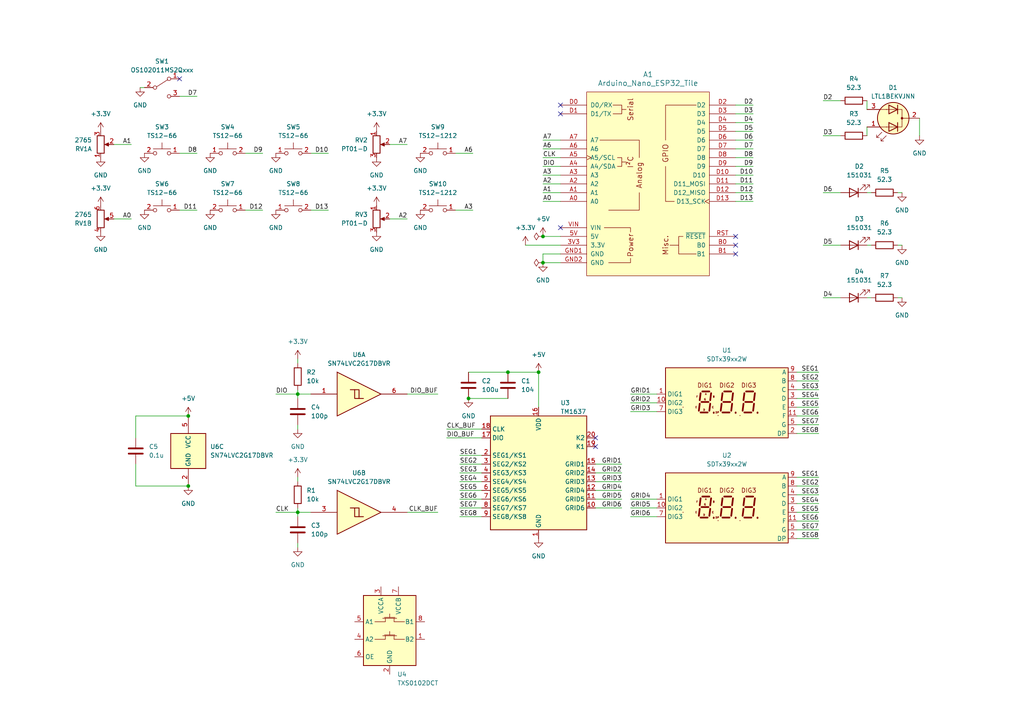
<source format=kicad_sch>
(kicad_sch (version 20230121) (generator eeschema)
  (paper "A4")
  (title_block (title "Remote Controller V1") (date "2023-12-31") (rev "0"))
  (lib_symbols
    (symbol "74xGxx:74LVC2G17"
      (property "Reference" "U" (at -1.27 7.62 0))
      (property "Value" "74LVC2G17" (at 2.54 -7.62 0))
      (symbol "74LVC2G17_1_1"
        (polyline (pts (xy -2.54 1.27) (xy -1.27 1.27) (xy -1.27 -1.27)) (stroke (width 0.254)) (fill (type background)))
        (polyline (pts (xy -7.62 6.35) (xy -7.62 -6.35) (xy 5.08 0) (xy -7.62 6.35)) (stroke (width 0.254)) (fill (type background)))
        (polyline (pts (xy -3.81 1.27) (xy -2.54 1.27) (xy -2.54 -1.27) (xy 0 -1.27)) (stroke (width 0.254)) (fill (type background)))
        (pin input line (at -15.24 0 0) (length 7.62) (name "~") (number "1"))
        (pin output line (at 12.7 0 180) (length 7.62) (name "~") (number "6"))
      )
      (symbol "74LVC2G17_2_1"
        (polyline (pts (xy -2.54 1.27) (xy -1.27 1.27) (xy -1.27 -1.27)) (stroke (width 0.254)) (fill (type background)))
        (polyline (pts (xy -7.62 6.35) (xy -7.62 -6.35) (xy 5.08 0) (xy -7.62 6.35)) (stroke (width 0.254)) (fill (type background)))
        (polyline (pts (xy -3.81 1.27) (xy -2.54 1.27) (xy -2.54 -1.27) (xy 0 -1.27)) (stroke (width 0.254)) (fill (type background)))
        (pin input line (at -15.24 0 0) (length 7.62) (name "~") (number "3"))
        (pin output line (at 12.7 0 180) (length 7.62) (name "~") (number "4"))
      )
      (symbol "74LVC2G17_3_0"
        (rectangle (start -5.08 -5.08) (end 5.08 5.08) (stroke (width 0.254)) (fill (type background)))
      )
      (symbol "74LVC2G17_3_1"
        (pin power_in line (at 0 -10.16 90) (length 5.08) (name "GND") (number "2"))
        (pin power_in line (at 0 10.16 270) (length 5.08) (name "VCC") (number "5"))
      )
    )
    (symbol "Device:C" (pin_numbers hide) (pin_names (offset 0.254))
      (property "Reference" "C" (at 0.635 2.54 0))
      (property "Value" "C" (at 0.635 -2.54 0))
      (symbol "C_0_1"
        (polyline (pts (xy -2.032 -0.762) (xy 2.032 -0.762)) (stroke (width 0.508)))
        (polyline (pts (xy -2.032 0.762) (xy 2.032 0.762)) (stroke (width 0.508)))
      )
      (symbol "C_1_1"
        (pin passive line (at 0 3.81 270) (length 2.794) (name "~") (number "1"))
        (pin passive line (at 0 -3.81 90) (length 2.794) (name "~") (number "2"))
      )
    )
    (symbol "Device:LED" (pin_numbers hide) (pin_names (offset 1.016) hide)
      (property "Reference" "D" (at 0 2.54 0))
      (property "Value" "LED" (at 0 -2.54 0))
      (symbol "LED_0_1"
        (polyline (pts (xy -1.27 -1.27) (xy -1.27 1.27)) (stroke (width 0.254)))
        (polyline (pts (xy -1.27 0) (xy 1.27 0)))
        (polyline (pts (xy 1.27 -1.27) (xy 1.27 1.27) (xy -1.27 0) (xy 1.27 -1.27)) (stroke (width 0.254)))
        (polyline (pts (xy -3.048 -0.762) (xy -4.572 -2.286) (xy -3.81 -2.286) (xy -4.572 -2.286) (xy -4.572 -1.524)))
        (polyline (pts (xy -1.778 -0.762) (xy -3.302 -2.286) (xy -2.54 -2.286) (xy -3.302 -2.286) (xy -3.302 -1.524)))
      )
      (symbol "LED_1_1"
        (pin passive line (at -3.81 0 0) (length 2.54) (name "K") (number "1"))
        (pin passive line (at 3.81 0 180) (length 2.54) (name "A") (number "2"))
      )
    )
    (symbol "Device:LED_Dual_AKA" (pin_names (offset 0) hide)
      (property "Reference" "D" (at 0 5.715 0))
      (property "Value" "LED_Dual_AKA" (at 0 -6.35 0))
      (symbol "LED_Dual_AKA_0_1"
        (circle (center -2.54 0) (radius 0.2794) (fill (type outline)))
        (polyline (pts (xy -4.572 0) (xy -2.54 0)))
        (polyline (pts (xy -1.27 -1.27) (xy -1.27 -3.81)) (stroke (width 0.254)))
        (polyline (pts (xy -1.27 1.27) (xy -1.27 3.81)) (stroke (width 0.254)))
        (polyline (pts (xy 3.81 -2.54) (xy 1.905 -2.54)))
        (polyline (pts (xy 3.81 2.54) (xy 1.905 2.54)))
        (polyline (pts (xy 1.27 -3.81) (xy 1.27 -1.27) (xy -1.27 -2.54) (xy 1.27 -3.81)) (stroke (width 0.254)))
        (polyline (pts (xy 1.27 1.27) (xy 1.27 3.81) (xy -1.27 2.54) (xy 1.27 1.27)) (stroke (width 0.254)))
        (polyline (pts (xy 2.032 2.54) (xy -2.54 2.54) (xy -2.54 -2.54) (xy 2.032 -2.54)))
        (polyline (pts (xy 2.032 5.08) (xy 3.556 6.604) (xy 2.794 6.604) (xy 3.556 6.604) (xy 3.556 5.842)))
        (polyline (pts (xy 3.302 4.064) (xy 4.826 5.588) (xy 4.064 5.588) (xy 4.826 5.588) (xy 4.826 4.826)))
        (circle (center 0 0) (radius 4.572) (stroke (width 0.254)) (fill (type background)))
      )
      (symbol "LED_Dual_AKA_1_1"
        (pin input line (at 7.62 2.54 180) (length 3.81) (name "A1") (number "1"))
        (pin input line (at -7.62 0 0) (length 3.048) (name "K") (number "2"))
        (pin input line (at 7.62 -2.54 180) (length 3.81) (name "A2") (number "3"))
      )
    )
    (symbol "Device:R" (pin_numbers hide) (pin_names (offset 0))
      (property "Reference" "R" (at 2.032 0 90))
      (property "Value" "R" (at 0 0 90))
      (symbol "R_0_1"
        (rectangle (start -1.016 -2.54) (end 1.016 2.54) (stroke (width 0.254)))
      )
      (symbol "R_1_1"
        (pin passive line (at 0 3.81 270) (length 1.27) (name "~") (number "1"))
        (pin passive line (at 0 -3.81 90) (length 1.27) (name "~") (number "2"))
      )
    )
    (symbol "Device:R_Potentiometer" (pin_names (offset 1.016) hide)
      (property "Reference" "RV" (at -4.445 0 90))
      (property "Value" "R_Potentiometer" (at -2.54 0 90))
      (symbol "R_Potentiometer_0_1"
        (polyline (pts (xy 2.54 0) (xy 1.524 0)))
        (polyline (pts (xy 1.143 0) (xy 2.286 0.508) (xy 2.286 -0.508) (xy 1.143 0)) (fill (type outline)))
        (rectangle (start 1.016 2.54) (end -1.016 -2.54) (stroke (width 0.254)))
      )
      (symbol "R_Potentiometer_1_1"
        (pin passive line (at 0 3.81 270) (length 1.27) (name "1") (number "1"))
        (pin passive line (at 3.81 0 180) (length 1.27) (name "2") (number "2"))
        (pin passive line (at 0 -3.81 90) (length 1.27) (name "3") (number "3"))
      )
    )
    (symbol "Device:R_Potentiometer_Dual_Separate" (pin_names (offset 1.016) hide)
      (property "Reference" "RV" (at -4.445 0 90))
      (property "Value" "R_Potentiometer_Dual_Separate" (at -2.54 0 90))
      (symbol "R_Potentiometer_Dual_Separate_0_1"
        (polyline (pts (xy 2.54 0) (xy 1.524 0)))
        (polyline (pts (xy 1.143 0) (xy 2.286 0.508) (xy 2.286 -0.508) (xy 1.143 0)) (fill (type outline)))
        (rectangle (start 1.016 2.54) (end -1.016 -2.54) (stroke (width 0.254)))
      )
      (symbol "R_Potentiometer_Dual_Separate_1_1"
        (pin passive line (at 0 3.81 270) (length 1.27) (name "1") (number "1"))
        (pin passive line (at 3.81 0 180) (length 1.27) (name "2") (number "2"))
        (pin passive line (at 0 -3.81 90) (length 1.27) (name "3") (number "3"))
      )
      (symbol "R_Potentiometer_Dual_Separate_2_1"
        (pin passive line (at 0 3.81 270) (length 1.27) (name "4") (number "4"))
        (pin passive line (at 3.81 0 180) (length 1.27) (name "5") (number "5"))
        (pin passive line (at 0 -3.81 90) (length 1.27) (name "6") (number "6"))
      )
    )
    (symbol "Logic_LevelTranslator:TXS0102DCT"
      (property "Reference" "U" (at -6.35 11.43 0))
      (property "Value" "TXS0102DCT" (at 3.81 11.43 0))
      (symbol "TXS0102DCT_0_1"
        (rectangle (start -7.62 10.16) (end 7.62 -10.16) (stroke (width 0.254)) (fill (type background)))
        (polyline (pts (xy -4.318 -2.54) (xy -1.27 -2.54)))
        (polyline (pts (xy -2.032 -1.524) (xy 2.032 -1.524)))
        (polyline (pts (xy -1.524 -1.27) (xy 1.524 -1.27)))
        (polyline (pts (xy -1.27 -2.54) (xy -1.27 -1.524)))
        (polyline (pts (xy 0 -1.27) (xy 0 -0.254)))
        (polyline (pts (xy 1.27 -2.54) (xy 1.27 -1.524)))
        (polyline (pts (xy 4.318 -2.54) (xy 1.27 -2.54)))
      )
      (symbol "TXS0102DCT_1_1"
        (polyline (pts (xy -4.318 2.54) (xy -1.27 2.54)))
        (polyline (pts (xy -2.032 3.556) (xy 2.032 3.556)))
        (polyline (pts (xy -1.524 3.81) (xy 1.524 3.81)))
        (polyline (pts (xy -1.27 2.54) (xy -1.27 3.556)))
        (polyline (pts (xy 0 3.81) (xy 0 4.826)))
        (polyline (pts (xy 1.27 2.54) (xy 1.27 3.556)))
        (polyline (pts (xy 4.318 2.54) (xy 1.27 2.54)))
        (pin bidirectional line (at 10.16 -2.54 180) (length 2.54) (name "B2") (number "1"))
        (pin power_in line (at 0 -12.7 90) (length 2.54) (name "GND") (number "2"))
        (pin power_in line (at -2.54 12.7 270) (length 2.54) (name "VCCA") (number "3"))
        (pin bidirectional line (at -10.16 -2.54 0) (length 2.54) (name "A2") (number "4"))
        (pin bidirectional line (at -10.16 2.54 0) (length 2.54) (name "A1") (number "5"))
        (pin input line (at -10.16 -7.62 0) (length 2.54) (name "OE") (number "6"))
        (pin power_in line (at 2.54 12.7 270) (length 2.54) (name "VCCB") (number "7"))
        (pin bidirectional line (at 10.16 2.54 180) (length 2.54) (name "B1") (number "8"))
      )
    )
    (symbol "PCM_arduino-library:Arduino_Nano_ESP32_Tile" (pin_names (offset 1.016))
      (property "Reference" "A" (at 0 33.02 0))
      (property "Value" "Arduino_Nano_ESP32_Tile" (at 0 29.21 0))
      (symbol "Arduino_Nano_ESP32_Tile_0_0"
        (rectangle (start -17.78 26.67) (end 17.78 -26.67) (fill (type background)))
        (polyline (pts (xy -7.62 6.35) (xy -6.35 6.35)))
        (polyline (pts (xy -7.62 21.59) (xy -6.35 21.59)))
        (polyline (pts (xy 8.89 -17.78) (xy 6.35 -17.78)))
        (polyline (pts (xy -11.43 -22.86) (xy -5.08 -22.86) (xy -5.08 -21.59)))
        (polyline (pts (xy -5.08 -13.97) (xy -5.08 -12.7) (xy -12.7 -12.7)))
        (polyline (pts (xy -10.16 22.86) (xy -7.62 22.86) (xy -7.62 20.32) (xy -10.16 20.32)))
        (polyline (pts (xy -8.89 7.62) (xy -7.62 7.62) (xy -7.62 5.08) (xy -8.89 5.08)))
        (text "Analog" (at -2.54 2.54 900) (effects (font (size 1.524 1.524))))
        (text "I²C" (at -5.08 6.35 900) (effects (font (size 1.524 1.524))))
        (text "Misc." (at 5.08 -17.78 900) (effects (font (size 1.524 1.524))))
        (text "Power" (at -5.08 -17.78 900) (effects (font (size 1.524 1.524))))
        (text "Serial" (at -5.08 21.59 900) (effects (font (size 1.524 1.524))))
      )
      (symbol "Arduino_Nano_ESP32_Tile_0_1"
        (polyline (pts (xy -13.97 12.7) (xy -2.54 12.7) (xy -2.54 7.62)))
        (polyline (pts (xy -11.43 -7.62) (xy -2.54 -7.62) (xy -2.54 -2.54)))
        (polyline (pts (xy 7.62 -5.08) (xy 5.08 -5.08) (xy 5.08 5.08)))
        (polyline (pts (xy 13.97 22.86) (xy 5.08 22.86) (xy 5.08 12.7)))
        (polyline (pts (xy 10.16 -15.24) (xy 8.89 -15.24) (xy 8.89 -20.32) (xy 13.97 -20.32)))
      )
      (symbol "Arduino_Nano_ESP32_Tile_1_0"
        (text "GPIO" (at 5.08 8.89 900) (effects (font (size 1.524 1.524))))
      )
      (symbol "Arduino_Nano_ESP32_Tile_1_1"
        (pin power_out line (at -25.4 -17.78 0) (length 7.62) (name "3.3V") (number "3V3"))
        (pin power_in line (at -25.4 -15.24 0) (length 7.62) (name "5V") (number "5V"))
        (pin bidirectional line (at -25.4 -5.08 0) (length 7.62) (name "A0") (number "A0"))
        (pin bidirectional line (at -25.4 -2.54 0) (length 7.62) (name "A1") (number "A1"))
        (pin bidirectional line (at -25.4 0 0) (length 7.62) (name "A2") (number "A2"))
        (pin bidirectional line (at -25.4 2.54 0) (length 7.62) (name "A3") (number "A3"))
        (pin bidirectional line (at -25.4 5.08 0) (length 7.62) (name "A4/SDA") (number "A4"))
        (pin bidirectional clock (at -25.4 7.62 0) (length 7.62) (name "A5/SCL") (number "A5"))
        (pin input line (at -25.4 10.16 0) (length 7.62) (name "A6") (number "A6"))
        (pin input line (at -25.4 12.7 0) (length 7.62) (name "A7") (number "A7"))
        (pin bidirectional line (at 25.4 -17.78 180) (length 7.62) (name "B0") (number "B0"))
        (pin bidirectional line (at 25.4 -20.32 180) (length 7.62) (name "B1") (number "B1"))
        (pin bidirectional line (at -25.4 22.86 0) (length 7.62) (name "D0/RX") (number "D0"))
        (pin bidirectional line (at -25.4 20.32 0) (length 7.62) (name "D1/TX") (number "D1"))
        (pin bidirectional line (at 25.4 2.54 180) (length 7.62) (name "D10") (number "D10"))
        (pin bidirectional line (at 25.4 0 180) (length 7.62) (name "D11_MOSI") (number "D11"))
        (pin bidirectional line (at 25.4 -2.54 180) (length 7.62) (name "D12_MISO") (number "D12"))
        (pin bidirectional clock (at 25.4 -5.08 180) (length 7.62) (name "D13_SCK") (number "D13"))
        (pin bidirectional line (at 25.4 22.86 180) (length 7.62) (name "D2") (number "D2"))
        (pin bidirectional line (at 25.4 20.32 180) (length 7.62) (name "D3") (number "D3"))
        (pin bidirectional line (at 25.4 17.78 180) (length 7.62) (name "D4") (number "D4"))
        (pin bidirectional line (at 25.4 15.24 180) (length 7.62) (name "D5") (number "D5"))
        (pin bidirectional line (at 25.4 12.7 180) (length 7.62) (name "D6") (number "D6"))
        (pin bidirectional line (at 25.4 10.16 180) (length 7.62) (name "D7") (number "D7"))
        (pin bidirectional line (at 25.4 7.62 180) (length 7.62) (name "D8") (number "D8"))
        (pin bidirectional line (at 25.4 5.08 180) (length 7.62) (name "D9") (number "D9"))
        (pin power_in line (at -25.4 -20.32 0) (length 7.62) (name "GND") (number "GND1"))
        (pin power_in line (at -25.4 -22.86 0) (length 7.62) (name "GND") (number "GND2"))
        (pin open_collector line (at 25.4 -15.24 180) (length 7.62) (name "~{RESET}") (number "RST"))
        (pin power_in line (at -25.4 -12.7 0) (length 7.62) (name "VIN") (number "VIN"))
      )
    )
    (symbol "SW_Push_1" (pin_names (offset 1.016) hide)
      (property "Reference" "SW" (at 1.27 2.54 0))
      (property "Value" "SW_Push" (at 0 -1.524 0))
      (symbol "SW_Push_1_0_1"
        (circle (center -2.032 0) (radius 0.508))
        (polyline (pts (xy 0 1.27) (xy 0 3.048)))
        (polyline (pts (xy 2.54 1.27) (xy -2.54 1.27)))
        (circle (center 2.032 0) (radius 0.508))
        (pin passive line (at -5.08 0 0) (length 2.54) (name "1") (number "1"))
        (pin passive line (at 5.08 0 180) (length 2.54) (name "2") (number "2"))
      )
    )
    (symbol "SW_Push_2" (pin_names (offset 1.016) hide)
      (property "Reference" "SW" (at 1.27 2.54 0))
      (property "Value" "SW_Push" (at 0 -1.524 0))
      (symbol "SW_Push_2_0_1"
        (circle (center -2.032 0) (radius 0.508))
        (polyline (pts (xy 0 1.27) (xy 0 3.048)))
        (polyline (pts (xy 2.54 1.27) (xy -2.54 1.27)))
        (circle (center 2.032 0) (radius 0.508))
        (pin passive line (at -5.08 0 0) (length 2.54) (name "1") (number "1"))
        (pin passive line (at 5.08 0 180) (length 2.54) (name "2") (number "2"))
      )
    )
    (symbol "SW_Push_3" (pin_names (offset 1.016) hide)
      (property "Reference" "SW" (at 1.27 2.54 0))
      (property "Value" "SW_Push" (at 0 -1.524 0))
      (symbol "SW_Push_3_0_1"
        (circle (center -2.032 0) (radius 0.508))
        (polyline (pts (xy 0 1.27) (xy 0 3.048)))
        (polyline (pts (xy 2.54 1.27) (xy -2.54 1.27)))
        (circle (center 2.032 0) (radius 0.508))
        (pin passive line (at -5.08 0 0) (length 2.54) (name "1") (number "1"))
        (pin passive line (at 5.08 0 180) (length 2.54) (name "2") (number "2"))
      )
    )
    (symbol "SW_Push_4" (pin_names (offset 1.016) hide)
      (property "Reference" "SW" (at 1.27 2.54 0))
      (property "Value" "SW_Push" (at 0 -1.524 0))
      (symbol "SW_Push_4_0_1"
        (circle (center -2.032 0) (radius 0.508))
        (polyline (pts (xy 0 1.27) (xy 0 3.048)))
        (polyline (pts (xy 2.54 1.27) (xy -2.54 1.27)))
        (circle (center 2.032 0) (radius 0.508))
        (pin passive line (at -5.08 0 0) (length 2.54) (name "1") (number "1"))
        (pin passive line (at 5.08 0 180) (length 2.54) (name "2") (number "2"))
      )
    )
    (symbol "SW_Push_5" (pin_names (offset 1.016) hide)
      (property "Reference" "SW" (at 1.27 2.54 0))
      (property "Value" "SW_Push" (at 0 -1.524 0))
      (symbol "SW_Push_5_0_1"
        (circle (center -2.032 0) (radius 0.508))
        (polyline (pts (xy 0 1.27) (xy 0 3.048)))
        (polyline (pts (xy 2.54 1.27) (xy -2.54 1.27)))
        (circle (center 2.032 0) (radius 0.508))
        (pin passive line (at -5.08 0 0) (length 2.54) (name "1") (number "1"))
        (pin passive line (at 5.08 0 180) (length 2.54) (name "2") (number "2"))
      )
    )
    (symbol "SW_Push_6" (pin_names (offset 1.016) hide)
      (property "Reference" "SW" (at 1.27 2.54 0))
      (property "Value" "SW_Push" (at 0 -1.524 0))
      (symbol "SW_Push_6_0_1"
        (circle (center -2.032 0) (radius 0.508))
        (polyline (pts (xy 0 1.27) (xy 0 3.048)))
        (polyline (pts (xy 2.54 1.27) (xy -2.54 1.27)))
        (circle (center 2.032 0) (radius 0.508))
        (pin passive line (at -5.08 0 0) (length 2.54) (name "1") (number "1"))
        (pin passive line (at 5.08 0 180) (length 2.54) (name "2") (number "2"))
      )
    )
    (symbol "SW_Push_7" (pin_names (offset 1.016) hide)
      (property "Reference" "SW" (at 1.27 2.54 0))
      (property "Value" "SW_Push" (at 0 -1.524 0))
      (symbol "SW_Push_7_0_1"
        (circle (center -2.032 0) (radius 0.508))
        (polyline (pts (xy 0 1.27) (xy 0 3.048)))
        (polyline (pts (xy 2.54 1.27) (xy -2.54 1.27)))
        (circle (center 2.032 0) (radius 0.508))
        (pin passive line (at -5.08 0 0) (length 2.54) (name "1") (number "1"))
        (pin passive line (at 5.08 0 180) (length 2.54) (name "2") (number "2"))
      )
    )
    (symbol "Switch:SW_Push" (pin_names (offset 1.016) hide)
      (property "Reference" "SW" (at 1.27 2.54 0))
      (property "Value" "SW_Push" (at 0 -1.524 0))
      (symbol "SW_Push_0_1"
        (circle (center -2.032 0) (radius 0.508))
        (polyline (pts (xy 0 1.27) (xy 0 3.048)))
        (polyline (pts (xy 2.54 1.27) (xy -2.54 1.27)))
        (circle (center 2.032 0) (radius 0.508))
        (pin passive line (at -5.08 0 0) (length 2.54) (name "1") (number "1"))
        (pin passive line (at 5.08 0 180) (length 2.54) (name "2") (number "2"))
      )
    )
    (symbol "Switch:SW_SPDT" (pin_names (offset 0) hide)
      (property "Reference" "SW" (at 0 4.318 0))
      (property "Value" "SW_SPDT" (at 0 -5.08 0))
      (symbol "SW_SPDT_0_0"
        (circle (center -2.032 0) (radius 0.508))
        (circle (center 2.032 -2.54) (radius 0.508))
      )
      (symbol "SW_SPDT_0_1"
        (polyline (pts (xy -1.524 0.254) (xy 1.651 2.286)))
        (circle (center 2.032 2.54) (radius 0.508))
      )
      (symbol "SW_SPDT_1_1"
        (pin passive line (at 5.08 2.54 180) (length 2.54) (name "A") (number "1"))
        (pin passive line (at -5.08 0 0) (length 2.54) (name "B") (number "2"))
        (pin passive line (at 5.08 -2.54 180) (length 2.54) (name "C") (number "3"))
      )
    )
    (symbol "Symbol Library:ChromeLED_SDTx39xx2W"
      (property "Reference" "U" (at -17.78 11.43 0))
      (property "Value" "SDTx39xx2W" (at 17.78 11.43 0))
      (symbol "ChromeLED_SDTx39xx2W_0_1"
        (rectangle (start -17.78 10.16) (end 17.78 -10.16) (stroke (width 0.254)) (fill (type background)))
        (rectangle (start -12.7 -1.27) (end -12.7 -1.27) (stroke (width 0.254)))
        (rectangle (start -2.54 -3.683) (end -2.54 -3.683) (stroke (width 0.254)))
        (polyline (pts (xy -12.7 -1.27) (xy -12.7 -1.27)) (stroke (width 0.254)))
        (polyline (pts (xy -2.54 -3.683) (xy -2.54 -3.683)) (stroke (width 0.254)))
        (polyline (pts (xy 3.81 -3.683) (xy 3.81 -3.683)) (stroke (width 0.254)))
        (rectangle (start 3.81 -3.683) (end 3.81 -3.683) (stroke (width 0.254)))
      )
      (symbol "ChromeLED_SDTx39xx2W_1_0"
        (text "A" (at -6.096 2.54 0) (effects (font (size 0.508 0.508))))
        (text "B" (at -3.81 1.778 0) (effects (font (size 0.508 0.508))))
        (text "C" (at -4.064 -1.27 0) (effects (font (size 0.508 0.508))))
        (text "D" (at -6.604 -2.032 0) (effects (font (size 0.508 0.508))))
        (text "DIG1" (at -6.35 5.08 0) (effects (font (size 1.27 1.27))))
        (text "DIG2" (at 0 5.08 0) (effects (font (size 1.27 1.27))))
        (text "DIG3" (at 6.35 5.08 0) (effects (font (size 1.27 1.27))))
        (text "DP" (at -2.794 -2.794 0) (effects (font (size 0.508 0.508))))
        (text "E" (at -8.89 -1.27 0) (effects (font (size 0.508 0.508))))
        (text "F" (at -8.636 1.778 0) (effects (font (size 0.508 0.508))))
        (text "G" (at -6.35 1.016 0) (effects (font (size 0.508 0.508))))
      )
      (symbol "ChromeLED_SDTx39xx2W_1_1"
        (polyline (pts (xy -7.874 -0.254) (xy -8.128 -2.286)) (stroke (width 0.508)))
        (polyline (pts (xy -7.62 -2.794) (xy -5.588 -2.794)) (stroke (width 0.508)))
        (polyline (pts (xy -7.62 2.794) (xy -7.874 0.762)) (stroke (width 0.508)))
        (polyline (pts (xy -7.366 0.254) (xy -5.334 0.254)) (stroke (width 0.508)))
        (polyline (pts (xy -7.112 3.302) (xy -5.08 3.302)) (stroke (width 0.508)))
        (polyline (pts (xy -4.826 -0.254) (xy -5.08 -2.286)) (stroke (width 0.508)))
        (polyline (pts (xy -4.572 2.794) (xy -4.826 0.762)) (stroke (width 0.508)))
        (polyline (pts (xy -3.81 -2.921) (xy -3.81 -2.794)) (stroke (width 0.508)))
        (polyline (pts (xy -1.524 -0.254) (xy -1.778 -2.286)) (stroke (width 0.508)))
        (polyline (pts (xy -1.27 -2.794) (xy 0.762 -2.794)) (stroke (width 0.508)))
        (polyline (pts (xy -1.27 2.794) (xy -1.524 0.762)) (stroke (width 0.508)))
        (polyline (pts (xy -1.016 0.254) (xy 1.016 0.254)) (stroke (width 0.508)))
        (polyline (pts (xy -0.762 3.302) (xy 1.27 3.302)) (stroke (width 0.508)))
        (polyline (pts (xy 1.524 -0.254) (xy 1.27 -2.286)) (stroke (width 0.508)))
        (polyline (pts (xy 1.778 2.794) (xy 1.524 0.762)) (stroke (width 0.508)))
        (polyline (pts (xy 2.54 -2.921) (xy 2.54 -2.794)) (stroke (width 0.508)))
        (polyline (pts (xy 4.826 -0.254) (xy 4.572 -2.286)) (stroke (width 0.508)))
        (polyline (pts (xy 5.08 -2.794) (xy 7.112 -2.794)) (stroke (width 0.508)))
        (polyline (pts (xy 5.08 2.794) (xy 4.826 0.762)) (stroke (width 0.508)))
        (polyline (pts (xy 5.334 0.254) (xy 7.366 0.254)) (stroke (width 0.508)))
        (polyline (pts (xy 5.588 3.302) (xy 7.62 3.302)) (stroke (width 0.508)))
        (polyline (pts (xy 7.874 -0.254) (xy 7.62 -2.286)) (stroke (width 0.508)))
        (polyline (pts (xy 8.128 2.794) (xy 7.874 0.762)) (stroke (width 0.508)))
        (polyline (pts (xy 8.89 -2.921) (xy 8.89 -2.794)) (stroke (width 0.508)))
        (pin input line (at -20.32 2.54 0) (length 2.54) (name "DIG1") (number "1"))
        (pin input line (at -20.32 0 0) (length 2.54) (name "DIG2") (number "10"))
        (pin input line (at 20.32 -3.81 180) (length 2.54) (name "F") (number "11"))
        (pin input line (at 20.32 -8.89 180) (length 2.54) (name "DP") (number "2"))
        (pin input line (at 20.32 1.27 180) (length 2.54) (name "D") (number "3"))
        (pin input line (at 20.32 3.81 180) (length 2.54) (name "C") (number "4"))
        (pin input line (at 20.32 -6.35 180) (length 2.54) (name "G") (number "5"))
        (pin input line (at 20.32 -1.27 180) (length 2.54) (name "E") (number "6"))
        (pin input line (at -20.32 -2.54 0) (length 2.54) (name "DIG3") (number "7"))
        (pin input line (at 20.32 6.35 180) (length 2.54) (name "B") (number "8"))
        (pin input line (at 20.32 8.89 180) (length 2.54) (name "A") (number "9"))
      )
    )
    (symbol "Symbol Library:Holtek_TM1637"
      (property "Reference" "U" (at -8.89 17.78 0))
      (property "Value" "TM1637" (at 10.16 17.78 0))
      (symbol "Holtek_TM1637_0_1"
        (rectangle (start -13.97 16.51) (end 13.97 -16.51) (stroke (width 0.254)) (fill (type background)))
      )
      (symbol "Holtek_TM1637_1_1"
        (pin power_in line (at 0 -19.05 90) (length 2.54) (name "GND") (number "1"))
        (pin output line (at 16.51 -10.16 180) (length 2.54) (name "GRID6") (number "10"))
        (pin output line (at 16.51 -7.62 180) (length 2.54) (name "GRID5") (number "11"))
        (pin output line (at 16.51 -5.08 180) (length 2.54) (name "GRID4") (number "12"))
        (pin output line (at 16.51 -2.54 180) (length 2.54) (name "GRID3") (number "13"))
        (pin output line (at 16.51 0 180) (length 2.54) (name "GRID2") (number "14"))
        (pin output line (at 16.51 2.54 180) (length 2.54) (name "GRID1") (number "15"))
        (pin power_in line (at 0 19.05 270) (length 2.54) (name "VDD") (number "16"))
        (pin bidirectional line (at -16.51 10.16 0) (length 2.54) (name "DIO") (number "17"))
        (pin input line (at -16.51 12.7 0) (length 2.54) (name "CLK") (number "18"))
        (pin input line (at 16.51 7.62 180) (length 2.54) (name "K1") (number "19"))
        (pin output line (at -16.51 5.08 0) (length 2.54) (name "SEG1/KS1") (number "2"))
        (pin input line (at 16.51 10.16 180) (length 2.54) (name "K2") (number "20"))
        (pin output line (at -16.51 2.54 0) (length 2.54) (name "SEG2/KS2") (number "3"))
        (pin output line (at -16.51 0 0) (length 2.54) (name "SEG3/KS3") (number "4"))
        (pin output line (at -16.51 -2.54 0) (length 2.54) (name "SEG4/KS4") (number "5"))
        (pin output line (at -16.51 -5.08 0) (length 2.54) (name "SEG5/KS5") (number "6"))
        (pin output line (at -16.51 -7.62 0) (length 2.54) (name "SEG6/KS6") (number "7"))
        (pin output line (at -16.51 -10.16 0) (length 2.54) (name "SEG7/KS7") (number "8"))
        (pin output line (at -16.51 -12.7 0) (length 2.54) (name "SEG8/KS8") (number "9"))
      )
    )
    (symbol "power:+3.3V" (power) (pin_names (offset 0))
      (property "Value" "+3.3V" (at 0 3.556 0))
      (symbol "+3.3V_0_1"
        (polyline (pts (xy -0.762 1.27) (xy 0 2.54)))
        (polyline (pts (xy 0 0) (xy 0 2.54)))
        (polyline (pts (xy 0 2.54) (xy 0.762 1.27)))
      )
      (symbol "+3.3V_1_1"
        (pin power_in line (at 0 0 90) (length 0) hide (name "+3.3V") (number "1"))
      )
    )
    (symbol "power:+5V" (power) (pin_names (offset 0))
      (property "Value" "+5V" (at 0 3.556 0))
      (symbol "+5V_0_1"
        (polyline (pts (xy -0.762 1.27) (xy 0 2.54)))
        (polyline (pts (xy 0 0) (xy 0 2.54)))
        (polyline (pts (xy 0 2.54) (xy 0.762 1.27)))
      )
      (symbol "+5V_1_1"
        (pin power_in line (at 0 0 90) (length 0) hide (name "+5V") (number "1"))
      )
    )
    (symbol "power:GND" (power) (pin_names (offset 0))
      (property "Value" "GND" (at 0 -3.81 0))
      (symbol "GND_0_1"
        (polyline (pts (xy 0 0) (xy 0 -1.27) (xy 1.27 -1.27) (xy 0 -2.54) (xy -1.27 -1.27) (xy 0 -1.27)))
      )
      (symbol "GND_1_1"
        (pin power_in line (at 0 0 270) (length 0) hide (name "GND") (number "1"))
      )
    )
    (symbol "power:PWR_FLAG" (power) (pin_numbers hide) (pin_names (offset 0) hide)
      (property "Value" "PWR_FLAG" (at 0 3.81 0))
      (symbol "PWR_FLAG_0_0"
        (pin power_out line (at 0 0 90) (length 0) (name "pwr") (number "1"))
      )
      (symbol "PWR_FLAG_0_1"
        (polyline (pts (xy 0 0) (xy 0 1.27) (xy -1.016 1.905) (xy 0 2.54) (xy 1.016 1.905) (xy 0 1.27)))
      )
    )
  )
  (junction (at 157.48 68.58))
  (junction (at 156.21 107.95))
  (junction (at 147.32 107.95))
  (junction (at 157.48 76.2))
  (junction (at 135.89 115.57))
  (junction (at 54.61 120.65))
  (junction (at 54.61 140.97))
  (junction (at 86.36 148.59))
  (junction (at 86.36 114.3))
  (no_connect (at 162.56 30.48))
  (no_connect (at 162.56 66.04))
  (no_connect (at 172.72 129.54))
  (no_connect (at 162.56 33.02))
  (no_connect (at 213.36 73.66))
  (no_connect (at 213.36 71.12))
  (no_connect (at 213.36 68.58))
  (no_connect (at 172.72 127))
  (no_connect (at 52.07 22.86))
  (wire (pts (xy 90.17 148.59) (xy 86.36 148.59)))
  (wire (pts (xy 237.49 118.11) (xy 231.14 118.11)))
  (wire (pts (xy 135.89 115.57) (xy 147.32 115.57)))
  (wire (pts (xy 76.2 60.96) (xy 71.12 60.96)))
  (wire (pts (xy 133.35 144.78) (xy 139.7 144.78)))
  (wire (pts (xy 182.88 116.84) (xy 190.5 116.84)))
  (wire (pts (xy 86.36 147.32) (xy 86.36 148.59)))
  (wire (pts (xy 252.73 86.36) (xy 251.46 86.36)))
  (wire (pts (xy 218.44 48.26) (xy 213.36 48.26)))
  (wire (pts (xy 261.62 55.88) (xy 260.35 55.88)))
  (wire (pts (xy 147.32 107.95) (xy 156.21 107.95)))
  (wire (pts (xy 261.62 86.36) (xy 260.35 86.36)))
  (wire (pts (xy 133.35 149.86) (xy 139.7 149.86)))
  (wire (pts (xy 157.48 58.42) (xy 162.56 58.42)))
  (wire (pts (xy 57.15 27.94) (xy 52.07 27.94)))
  (wire (pts (xy 38.1 41.91) (xy 33.02 41.91)))
  (wire (pts (xy 127 148.59) (xy 118.11 148.59)))
  (wire (pts (xy 133.35 139.7) (xy 139.7 139.7)))
  (wire (pts (xy 133.35 134.62) (xy 139.7 134.62)))
  (wire (pts (xy 157.48 43.18) (xy 162.56 43.18)))
  (wire (pts (xy 133.35 147.32) (xy 139.7 147.32)))
  (wire (pts (xy 218.44 40.64) (xy 213.36 40.64)))
  (wire (pts (xy 157.48 53.34) (xy 162.56 53.34)))
  (wire (pts (xy 86.36 114.3) (xy 86.36 115.57)))
  (wire (pts (xy 182.88 144.78) (xy 190.5 144.78)))
  (wire (pts (xy 95.25 60.96) (xy 90.17 60.96)))
  (wire (pts (xy 261.62 71.12) (xy 260.35 71.12)))
  (wire (pts (xy 90.17 114.3) (xy 86.36 114.3)))
  (wire (pts (xy 238.76 86.36) (xy 243.84 86.36)))
  (wire (pts (xy 251.46 39.37) (xy 251.46 36.83)))
  (wire (pts (xy 76.2 44.45) (xy 71.12 44.45)))
  (wire (pts (xy 80.01 148.59) (xy 86.36 148.59)))
  (wire (pts (xy 218.44 38.1) (xy 213.36 38.1)))
  (wire (pts (xy 218.44 53.34) (xy 213.36 53.34)))
  (wire (pts (xy 129.54 127) (xy 139.7 127)))
  (wire (pts (xy 157.48 48.26) (xy 162.56 48.26)))
  (wire (pts (xy 237.49 125.73) (xy 231.14 125.73)))
  (wire (pts (xy 237.49 143.51) (xy 231.14 143.51)))
  (wire (pts (xy 238.76 71.12) (xy 243.84 71.12)))
  (wire (pts (xy 57.15 44.45) (xy 52.07 44.45)))
  (wire (pts (xy 238.76 55.88) (xy 243.84 55.88)))
  (wire (pts (xy 157.48 50.8) (xy 162.56 50.8)))
  (wire (pts (xy 237.49 151.13) (xy 231.14 151.13)))
  (wire (pts (xy 86.36 123.19) (xy 86.36 124.46)))
  (wire (pts (xy 157.48 55.88) (xy 162.56 55.88)))
  (wire (pts (xy 180.34 147.32) (xy 172.72 147.32)))
  (wire (pts (xy 38.1 63.5) (xy 33.02 63.5)))
  (wire (pts (xy 218.44 33.02) (xy 213.36 33.02)))
  (wire (pts (xy 237.49 123.19) (xy 231.14 123.19)))
  (wire (pts (xy 137.16 60.96) (xy 132.08 60.96)))
  (wire (pts (xy 118.11 41.91) (xy 113.03 41.91)))
  (wire (pts (xy 237.49 113.03) (xy 231.14 113.03)))
  (wire (pts (xy 237.49 153.67) (xy 231.14 153.67)))
  (wire (pts (xy 80.01 114.3) (xy 86.36 114.3)))
  (wire (pts (xy 218.44 35.56) (xy 213.36 35.56)))
  (wire (pts (xy 95.25 44.45) (xy 90.17 44.45)))
  (wire (pts (xy 135.89 107.95) (xy 147.32 107.95)))
  (wire (pts (xy 237.49 146.05) (xy 231.14 146.05)))
  (wire (pts (xy 218.44 45.72) (xy 213.36 45.72)))
  (wire (pts (xy 237.49 120.65) (xy 231.14 120.65)))
  (wire (pts (xy 180.34 142.24) (xy 172.72 142.24)))
  (wire (pts (xy 218.44 55.88) (xy 213.36 55.88)))
  (wire (pts (xy 157.48 76.2) (xy 162.56 76.2)))
  (wire (pts (xy 251.46 29.21) (xy 251.46 31.75)))
  (wire (pts (xy 54.61 140.97) (xy 39.37 140.97)))
  (wire (pts (xy 218.44 30.48) (xy 213.36 30.48)))
  (wire (pts (xy 237.49 156.21) (xy 231.14 156.21)))
  (wire (pts (xy 237.49 107.95) (xy 231.14 107.95)))
  (wire (pts (xy 180.34 137.16) (xy 172.72 137.16)))
  (wire (pts (xy 157.48 45.72) (xy 162.56 45.72)))
  (wire (pts (xy 40.64 25.4) (xy 41.91 25.4)))
  (wire (pts (xy 157.48 73.66) (xy 162.56 73.66)))
  (wire (pts (xy 182.88 147.32) (xy 190.5 147.32)))
  (wire (pts (xy 86.36 158.75) (xy 86.36 157.48)))
  (wire (pts (xy 39.37 120.65) (xy 54.61 120.65)))
  (wire (pts (xy 152.4 71.12) (xy 162.56 71.12)))
  (wire (pts (xy 237.49 115.57) (xy 231.14 115.57)))
  (wire (pts (xy 133.35 137.16) (xy 139.7 137.16)))
  (wire (pts (xy 86.36 113.03) (xy 86.36 114.3)))
  (wire (pts (xy 182.88 114.3) (xy 190.5 114.3)))
  (wire (pts (xy 182.88 119.38) (xy 190.5 119.38)))
  (wire (pts (xy 180.34 139.7) (xy 172.72 139.7)))
  (wire (pts (xy 252.73 55.88) (xy 251.46 55.88)))
  (wire (pts (xy 182.88 149.86) (xy 190.5 149.86)))
  (wire (pts (xy 156.21 107.95) (xy 156.21 118.11)))
  (wire (pts (xy 218.44 50.8) (xy 213.36 50.8)))
  (wire (pts (xy 218.44 58.42) (xy 213.36 58.42)))
  (wire (pts (xy 266.7 39.37) (xy 266.7 34.29)))
  (wire (pts (xy 157.48 68.58) (xy 162.56 68.58)))
  (wire (pts (xy 86.36 105.41) (xy 86.36 104.14)))
  (wire (pts (xy 137.16 44.45) (xy 132.08 44.45)))
  (wire (pts (xy 252.73 71.12) (xy 251.46 71.12)))
  (wire (pts (xy 118.11 63.5) (xy 113.03 63.5)))
  (wire (pts (xy 157.48 40.64) (xy 162.56 40.64)))
  (wire (pts (xy 238.76 29.21) (xy 243.84 29.21)))
  (wire (pts (xy 86.36 139.7) (xy 86.36 138.43)))
  (wire (pts (xy 238.76 39.37) (xy 243.84 39.37)))
  (wire (pts (xy 86.36 148.59) (xy 86.36 149.86)))
  (wire (pts (xy 118.11 114.3) (xy 127 114.3)))
  (wire (pts (xy 180.34 134.62) (xy 172.72 134.62)))
  (wire (pts (xy 237.49 148.59) (xy 231.14 148.59)))
  (wire (pts (xy 218.44 43.18) (xy 213.36 43.18)))
  (wire (pts (xy 237.49 140.97) (xy 231.14 140.97)))
  (wire (pts (xy 180.34 144.78) (xy 172.72 144.78)))
  (wire (pts (xy 39.37 140.97) (xy 39.37 134.62)))
  (wire (pts (xy 133.35 142.24) (xy 139.7 142.24)))
  (wire (pts (xy 39.37 127) (xy 39.37 120.65)))
  (wire (pts (xy 129.54 124.46) (xy 139.7 124.46)))
  (wire (pts (xy 57.15 60.96) (xy 52.07 60.96)))
  (wire (pts (xy 157.48 76.2) (xy 157.48 73.66)))
  (wire (pts (xy 237.49 110.49) (xy 231.14 110.49)))
  (wire (pts (xy 237.49 138.43) (xy 231.14 138.43)))
  (wire (pts (xy 133.35 132.08) (xy 139.7 132.08)))
  (label "SEG6" (at 237.49 120.65 180))
  (label "DIO_BUF" (at 127 114.3 180))
  (label "GRID1" (at 180.34 134.62 180))
  (label "DIO" (at 80.01 114.3 0))
  (label "A7" (at 118.11 41.91 180))
  (label "A0" (at 157.48 58.42 0))
  (label "D3" (at 218.44 33.02 180))
  (label "GRID4" (at 180.34 142.24 180))
  (label "D7" (at 57.15 27.94 180))
  (label "A1" (at 157.48 55.88 0))
  (label "GRID2" (at 180.34 137.16 180))
  (label "DIO" (at 157.48 48.26 0))
  (label "D11" (at 218.44 53.34 180))
  (label "SEG8" (at 237.49 125.73 180))
  (label "D6" (at 238.76 55.88 0))
  (label "D10" (at 218.44 50.8 180))
  (label "GRID3" (at 182.88 119.38 0))
  (label "GRID3" (at 180.34 139.7 180))
  (label "D13" (at 95.25 60.96 180))
  (label "D8" (at 218.44 45.72 180))
  (label "SEG6" (at 237.49 151.13 180))
  (label "D8" (at 57.15 44.45 180))
  (label "SEG4" (at 133.35 139.7 0))
  (label "D7" (at 218.44 43.18 180))
  (label "D4" (at 238.76 86.36 0))
  (label "D3" (at 238.76 39.37 0))
  (label "SEG2" (at 237.49 140.97 180))
  (label "D5" (at 238.76 71.12 0))
  (label "D9" (at 76.2 44.45 180))
  (label "SEG8" (at 133.35 149.86 0))
  (label "D11" (at 57.15 60.96 180))
  (label "A2" (at 157.48 53.34 0))
  (label "A0" (at 38.1 63.5 180))
  (label "A1" (at 38.1 41.91 180))
  (label "SEG3" (at 133.35 137.16 0))
  (label "SEG3" (at 237.49 113.03 180))
  (label "SEG1" (at 237.49 107.95 180))
  (label "SEG4" (at 237.49 115.57 180))
  (label "D12" (at 218.44 55.88 180))
  (label "A3" (at 157.48 50.8 0))
  (label "D6" (at 218.44 40.64 180))
  (label "SEG2" (at 133.35 134.62 0))
  (label "SEG7" (at 237.49 123.19 180))
  (label "A6" (at 137.16 44.45 180))
  (label "SEG5" (at 237.49 148.59 180))
  (label "D2" (at 218.44 30.48 180))
  (label "D10" (at 95.25 44.45 180))
  (label "SEG7" (at 237.49 153.67 180))
  (label "SEG1" (at 133.35 132.08 0))
  (label "GRID6" (at 182.88 149.86 0))
  (label "SEG4" (at 237.49 146.05 180))
  (label "A3" (at 137.16 60.96 180))
  (label "GRID2" (at 182.88 116.84 0))
  (label "SEG8" (at 237.49 156.21 180))
  (label "D9" (at 218.44 48.26 180))
  (label "A7" (at 157.48 40.64 0))
  (label "SEG6" (at 133.35 144.78 0))
  (label "GRID5" (at 182.88 147.32 0))
  (label "CLK" (at 157.48 45.72 0))
  (label "SEG5" (at 133.35 142.24 0))
  (label "GRID5" (at 180.34 144.78 180))
  (label "A6" (at 157.48 43.18 0))
  (label "CLK" (at 80.01 148.59 0))
  (label "GRID6" (at 180.34 147.32 180))
  (label "D4" (at 218.44 35.56 180))
  (label "D2" (at 238.76 29.21 0))
  (label "SEG5" (at 237.49 118.11 180))
  (label "SEG2" (at 237.49 110.49 180))
  (label "SEG3" (at 237.49 143.51 180))
  (label "D5" (at 218.44 38.1 180))
  (label "GRID4" (at 182.88 144.78 0))
  (label "SEG7" (at 133.35 147.32 0))
  (label "SEG1" (at 237.49 138.43 180))
  (label "DIO_BUF" (at 129.54 127 0))
  (label "CLK_BUF" (at 129.54 124.46 0))
  (label "GRID1" (at 182.88 114.3 0))
  (label "A2" (at 118.11 63.5 180))
  (label "D12" (at 76.2 60.96 180))
  (label "D13" (at 218.44 58.42 180))
  (label "CLK_BUF" (at 127 148.59 180))
  (symbol (lib_id "power:GND") (at 29.21 45.72 0) (unit 1)
    (property "Reference" "#PWR025" (effects hide))
    (property "Value" "GND" (at 29.21 50.8 0))
  )
  (symbol (lib_name "SW_Push_5") (lib_id "Switch:SW_Push") (at 85.09 44.45 0) (unit 1)
    (property "Reference" "SW5" (at 85.09 36.83 0))
    (property "Value" "TS12-66" (at 85.09 39.37 0))
    (property "Footprint" "Footprint Library:SW_PUSH_CUI_TS02-66-xxx-BK-xxx-xxx-D" (effects hide))
  )
  (symbol (lib_id "power:+3.3V") (at 109.22 38.1 0) (unit 1)
    (property "Reference" "#PWR013" (effects hide))
    (property "Value" "+3.3V" (at 109.22 33.02 0))
  )
  (symbol (lib_id "power:GND") (at 156.21 156.21 0) (unit 1)
    (property "Reference" "#PWR06" (effects hide))
    (property "Value" "GND" (at 156.21 161.29 0))
  )
  (symbol (lib_id "power:GND") (at 80.01 60.96 0) (mirror y) (unit 1)
    (property "Reference" "#PWR027" (effects hide))
    (property "Value" "GND" (at 80.01 66.04 0))
  )
  (symbol (lib_id "power:+3.3V") (at 29.21 38.1 0) (unit 1)
    (property "Reference" "#PWR019" (effects hide))
    (property "Value" "+3.3V" (at 29.21 33.02 0))
  )
  (symbol (lib_name "SW_Push_6") (lib_id "Switch:SW_Push") (at 66.04 44.45 0) (unit 1)
    (property "Reference" "SW4" (at 66.04 36.83 0))
    (property "Value" "TS12-66" (at 66.04 39.37 0))
    (property "Footprint" "Footprint Library:SW_PUSH_CUI_TS02-66-xxx-BK-xxx-xxx-D" (effects hide))
  )
  (symbol (lib_id "PCM_arduino-library:Arduino_Nano_ESP32_Tile") (at 187.96 53.34 0) (unit 1)
    (property "Reference" "A1" (at 187.96 21.59 0) (effects (font (size 1.524 1.524))))
    (property "Value" "Arduino_Nano_ESP32_Tile" (at 187.96 24.13 0) (effects (font (size 1.524 1.524))))
    (property "Footprint" "PCM_arduino-library:Arduino_Nano_ESP32_Tile" (effects hide))
    (property "Datasheet" "https://docs.arduino.cc/hardware/nano-esp32" (effects hide))
  )
  (symbol (lib_id "Device:C") (at 39.37 130.81 0) (unit 1)
    (property "Reference" "C5" (at 43.18 129.54 0) (effects (justify left)))
    (property "Value" "0.1u" (at 43.18 132.08 0) (effects (justify left)))
    (property "Footprint" "Capacitor_SMD:C_0603_1608Metric_Pad1.08x0.95mm_HandSolder" (effects hide))
  )
  (symbol (lib_id "Symbol Library:Holtek_TM1637") (at 156.21 137.16 0) (unit 1)
    (property "Reference" "U3" (at 162.56 116.84 0) (effects (justify left)))
    (property "Value" "TM1637" (at 162.56 119.38 0) (effects (justify left)))
    (property "Footprint" "Package_SO:SOP-20_7.5x12.8mm_P1.27mm" (effects hide))
  )
  (symbol (lib_id "power:GND") (at 54.61 140.97 0) (unit 1)
    (property "Reference" "#PWR012" (effects hide))
    (property "Value" "GND" (at 54.61 146.05 0))
  )
  (symbol (lib_id "power:GND") (at 80.01 44.45 0) (mirror y) (unit 1)
    (property "Reference" "#PWR028" (effects hide))
    (property "Value" "GND" (at 80.01 49.53 0))
  )
  (symbol (lib_id "Device:R_Potentiometer") (at 109.22 63.5 0) (unit 1)
    (property "Reference" "RV3" (at 106.68 62.23 0) (effects (justify right)))
    (property "Value" "PT01-D" (at 106.68 64.77 0) (effects (justify right)))
    (property "Footprint" "Footprint Library:Potentiometer_CUI_PT01-Dxxxx-xxxx" (effects hide))
  )
  (symbol (lib_id "power:GND") (at 29.21 67.31 0) (unit 1)
    (property "Reference" "#PWR024" (effects hide))
    (property "Value" "GND" (at 29.21 72.39 0))
  )
  (symbol (lib_id "power:GND") (at 266.7 39.37 0) (unit 1)
    (property "Reference" "#PWR026" (effects hide))
    (property "Value" "GND" (at 266.7 44.45 0))
  )
  (symbol (lib_id "power:GND") (at 41.91 44.45 0) (mirror y) (unit 1)
    (property "Reference" "#PWR031" (effects hide))
    (property "Value" "GND" (at 41.91 49.53 0))
  )
  (symbol (lib_id "power:+3.3V") (at 29.21 59.69 0) (unit 1)
    (property "Reference" "#PWR023" (effects hide))
    (property "Value" "+3.3V" (at 29.21 54.61 0))
  )
  (symbol (lib_id "power:GND") (at 157.48 76.2 0) (unit 1)
    (property "Reference" "#PWR04" (effects hide))
    (property "Value" "GND" (at 157.48 81.28 0))
  )
  (symbol (lib_id "power:GND") (at 109.22 45.72 0) (unit 1)
    (property "Reference" "#PWR016" (effects hide))
    (property "Value" "GND" (at 109.22 50.8 0))
  )
  (symbol (lib_name "SW_Push_1") (lib_id "Switch:SW_Push") (at 127 44.45 0) (mirror y) (unit 1)
    (property "Reference" "SW9" (at 127 36.83 0))
    (property "Value" "TS12-1212" (at 127 39.37 0))
    (property "Footprint" "Footprint Library:SW_PUSH-CUI-TS12-1212-xxx-BK-xxx-SCR-D" (effects hide))
  )
  (symbol (lib_id "power:+3.3V") (at 86.36 104.14 0) (unit 1)
    (property "Reference" "#PWR08" (effects hide))
    (property "Value" "+3.3V" (at 86.36 99.06 0))
  )
  (symbol (lib_id "Device:R") (at 247.65 39.37 90) (unit 1)
    (property "Reference" "R3" (at 247.65 33.02 90))
    (property "Value" "52.3" (at 247.65 35.56 90))
    (property "Footprint" "Resistor_SMD:R_0805_2012Metric_Pad1.20x1.40mm_HandSolder" (effects hide))
  )
  (symbol (lib_id "Device:R") (at 86.36 143.51 180) (unit 1)
    (property "Reference" "R1" (at 88.9 142.24 0) (effects (justify right)))
    (property "Value" "10k" (at 88.9 144.78 0) (effects (justify right)))
    (property "Footprint" "Resistor_SMD:R_0603_1608Metric_Pad0.98x0.95mm_HandSolder" (effects hide))
  )
  (symbol (lib_name "SW_Push_7") (lib_id "Switch:SW_Push") (at 46.99 44.45 0) (mirror y) (unit 1)
    (property "Reference" "SW3" (at 46.99 36.83 0))
    (property "Value" "TS12-66" (at 46.99 39.37 0))
    (property "Footprint" "Footprint Library:SW_PUSH_CUI_TS02-66-xxx-BK-xxx-xxx-D" (effects hide))
  )
  (symbol (lib_id "power:GND") (at 86.36 124.46 0) (unit 1)
    (property "Reference" "#PWR09" (effects hide))
    (property "Value" "GND" (at 86.36 129.54 0))
  )
  (symbol (lib_id "Device:LED_Dual_AKA") (at 259.08 34.29 180) (unit 1)
    (property "Reference" "D1" (at 259.0165 25.4 0))
    (property "Value" "LTL1BEKVJNN" (at 259.0165 27.94 0))
    (property "Footprint" "LED_THT:LED_D3.0mm-3" (effects hide))
  )
  (symbol (lib_id "Device:C") (at 135.89 111.76 0) (unit 1)
    (property "Reference" "C2" (at 139.7 110.49 0) (effects (justify left)))
    (property "Value" "100u" (at 139.7 113.03 0) (effects (justify left)))
    (property "Footprint" "Capacitor_SMD:C_0603_1608Metric_Pad1.08x0.95mm_HandSolder" (effects hide))
  )
  (symbol (lib_id "power:GND") (at 135.89 115.57 0) (unit 1)
    (property "Reference" "#PWR07" (effects hide))
    (property "Value" "GND" (at 135.89 120.65 0))
  )
  (symbol (lib_id "Device:R_Potentiometer_Dual_Separate") (at 29.21 41.91 0) (mirror x) (unit 1)
    (property "Reference" "RV1" (at 26.67 43.18 0) (effects (justify right)))
    (property "Value" "2765" (at 26.67 40.64 0) (effects (justify right)))
    (property "Footprint" "Footprint Library:Joystick_Analog_XY_Adafruit_2765" (effects hide))
  )
  (symbol (lib_id "power:PWR_FLAG") (at 157.48 68.58 90) (unit 1)
    (property "Reference" "#FLG02" (effects hide))
    (property "Value" "PWR_FLAG" (effects hide))
  )
  (symbol (lib_id "Switch:SW_SPDT") (at 46.99 25.4 0) (unit 1)
    (property "Reference" "SW1" (at 46.99 17.78 0))
    (property "Value" "OS102011MS2Qxxx" (at 46.99 20.32 0))
    (property "Footprint" "Footprint Library:SW_Slide_SPDT_CK_OS102011MS2Qxxx" (effects hide))
  )
  (symbol (lib_id "power:GND") (at 121.92 44.45 0) (mirror y) (unit 1)
    (property "Reference" "#PWR017" (effects hide))
    (property "Value" "GND" (at 121.92 49.53 0))
  )
  (symbol (lib_id "Device:LED") (at 247.65 86.36 180) (unit 1)
    (property "Reference" "D4" (at 249.2375 78.74 0))
    (property "Value" "151031" (at 249.2375 81.28 0))
    (property "Footprint" "LED_THT:LED_D3.0mm" (effects hide))
  )
  (symbol (lib_id "74xGxx:74LVC2G17") (at 54.61 130.81 0) (unit 3)
    (property "Reference" "U6" (at 60.96 129.54 0) (effects (justify left)))
    (property "Value" "SN74LVC2G17DBVR" (at 60.96 132.08 0) (effects (justify left)))
    (property "Footprint" "Footprint Library:SOT-23-6_HandSoldering_Rounded" (effects hide))
    (property "Datasheet" "http://www.ti.com/lit/sg/scyt129e/scyt129e.pdf" (effects hide))
  )
  (symbol (lib_id "Device:C") (at 147.32 111.76 0) (unit 1)
    (property "Reference" "C1" (at 151.13 110.49 0) (effects (justify left)))
    (property "Value" "104" (at 151.13 113.03 0) (effects (justify left)))
    (property "Footprint" "Capacitor_SMD:C_0603_1608Metric_Pad1.08x0.95mm_HandSolder" (effects hide))
  )
  (symbol (lib_id "Symbol Library:ChromeLED_SDTx39xx2W") (at 210.82 147.32 0) (unit 1)
    (property "Reference" "U2" (at 210.82 132.08 0))
    (property "Value" "SDTx39xx2W" (at 210.82 134.62 0))
    (property "Footprint" "Footprint Library:ChromeLED_SDTx39xx2W" (effects hide))
  )
  (symbol (lib_id "Device:R_Potentiometer_Dual_Separate") (at 29.21 63.5 0) (mirror x) (unit 2)
    (property "Reference" "RV1" (at 26.67 64.77 0) (effects (justify right)))
    (property "Value" "2765" (at 26.67 62.23 0) (effects (justify right)))
    (property "Footprint" "Footprint Library:Joystick_Analog_XY_Adafruit_2765" (effects hide))
  )
  (symbol (lib_id "power:GND") (at 40.64 25.4 0) (mirror y) (unit 1)
    (property "Reference" "#PWR033" (effects hide))
    (property "Value" "GND" (at 40.64 30.48 0))
  )
  (symbol (lib_id "Device:LED") (at 247.65 71.12 180) (unit 1)
    (property "Reference" "D3" (at 249.2375 63.5 0))
    (property "Value" "151031" (at 249.2375 66.04 0))
    (property "Footprint" "LED_THT:LED_D3.0mm" (effects hide))
  )
  (symbol (lib_id "Switch:SW_Push") (at 46.99 60.96 0) (mirror y) (unit 1)
    (property "Reference" "SW6" (at 46.99 53.34 0))
    (property "Value" "TS12-66" (at 46.99 55.88 0))
    (property "Footprint" "Footprint Library:SW_PUSH_CUI_TS02-66-xxx-BK-xxx-xxx-D" (effects hide))
  )
  (symbol (lib_id "power:GND") (at 261.62 71.12 0) (unit 1)
    (property "Reference" "#PWR021" (effects hide))
    (property "Value" "GND" (at 261.62 76.2 0))
  )
  (symbol (lib_name "SW_Push_3") (lib_id "Switch:SW_Push") (at 85.09 60.96 0) (unit 1)
    (property "Reference" "SW8" (at 85.09 53.34 0))
    (property "Value" "TS12-66" (at 85.09 55.88 0))
    (property "Footprint" "Footprint Library:SW_PUSH_CUI_TS02-66-xxx-BK-xxx-xxx-D" (effects hide))
  )
  (symbol (lib_id "Device:R") (at 256.54 55.88 90) (unit 1)
    (property "Reference" "R5" (at 256.54 49.53 90))
    (property "Value" "52.3" (at 256.54 52.07 90))
    (property "Footprint" "Resistor_SMD:R_0805_2012Metric_Pad1.20x1.40mm_HandSolder" (effects hide))
  )
  (symbol (lib_name "SW_Push_4") (lib_id "Switch:SW_Push") (at 66.04 60.96 0) (mirror y) (unit 1)
    (property "Reference" "SW7" (at 66.04 53.34 0))
    (property "Value" "TS12-66" (at 66.04 55.88 0))
    (property "Footprint" "Footprint Library:SW_PUSH_CUI_TS02-66-xxx-BK-xxx-xxx-D" (effects hide))
  )
  (symbol (lib_id "Device:R") (at 256.54 86.36 90) (unit 1)
    (property "Reference" "R7" (at 256.54 80.01 90))
    (property "Value" "52.3" (at 256.54 82.55 90))
    (property "Footprint" "Resistor_SMD:R_0805_2012Metric_Pad1.20x1.40mm_HandSolder" (effects hide))
  )
  (symbol (lib_id "power:GND") (at 261.62 86.36 0) (unit 1)
    (property "Reference" "#PWR022" (effects hide))
    (property "Value" "GND" (at 261.62 91.44 0))
  )
  (symbol (lib_id "power:+5V") (at 157.48 68.58 0) (unit 1)
    (property "Reference" "#PWR03" (effects hide))
    (property "Value" "+5V" (at 157.48 63.5 0))
  )
  (symbol (lib_id "Symbol Library:ChromeLED_SDTx39xx2W") (at 210.82 116.84 0) (unit 1)
    (property "Reference" "U1" (at 210.82 101.6 0))
    (property "Value" "SDTx39xx2W" (at 210.82 104.14 0))
    (property "Footprint" "Footprint Library:ChromeLED_SDTx39xx2W" (effects hide))
  )
  (symbol (lib_id "74xGxx:74LVC2G17") (at 105.41 114.3 0) (unit 1)
    (property "Reference" "U6" (at 104.14 102.87 0))
    (property "Value" "SN74LVC2G17DBVR" (at 104.14 105.41 0))
    (property "Footprint" "Footprint Library:SOT-23-6_HandSoldering_Rounded" (effects hide))
    (property "Datasheet" "http://www.ti.com/lit/sg/scyt129e/scyt129e.pdf" (effects hide))
  )
  (symbol (lib_id "power:GND") (at 60.96 44.45 0) (mirror y) (unit 1)
    (property "Reference" "#PWR029" (effects hide))
    (property "Value" "GND" (at 60.96 49.53 0))
  )
  (symbol (lib_id "power:GND") (at 41.91 60.96 0) (mirror y) (unit 1)
    (property "Reference" "#PWR032" (effects hide))
    (property "Value" "GND" (at 41.91 66.04 0))
  )
  (symbol (lib_id "power:GND") (at 60.96 60.96 0) (mirror y) (unit 1)
    (property "Reference" "#PWR030" (effects hide))
    (property "Value" "GND" (at 60.96 66.04 0))
  )
  (symbol (lib_id "power:PWR_FLAG") (at 157.48 76.2 90) (unit 1)
    (property "Reference" "#FLG03" (effects hide))
    (property "Value" "PWR_FLAG" (effects hide))
  )
  (symbol (lib_id "Logic_LevelTranslator:TXS0102DCT") (at 113.03 182.88 0) (unit 1)
    (property "Reference" "U4" (at 115.2241 195.58 0) (effects (justify left)))
    (property "Value" "TXS0102DCT" (at 115.2241 198.12 0) (effects (justify left)))
    (property "Footprint" "Package_SO:SSOP-8_2.95x2.8mm_P0.65mm" (effects hide))
    (property "Datasheet" "http://www.ti.com/lit/gpn/txs0102" (effects hide))
  )
  (symbol (lib_id "power:+3.3V") (at 152.4 71.12 0) (unit 1)
    (property "Reference" "#PWR01" (effects hide))
    (property "Value" "+3.3V" (at 152.4 66.04 0))
  )
  (symbol (lib_id "Device:R_Potentiometer") (at 109.22 41.91 0) (unit 1)
    (property "Reference" "RV2" (at 106.68 40.64 0) (effects (justify right)))
    (property "Value" "PT01-D" (at 106.68 43.18 0) (effects (justify right)))
    (property "Footprint" "Footprint Library:Potentiometer_CUI_PT01-Dxxxx-xxxx" (effects hide))
  )
  (symbol (lib_id "power:+5V") (at 54.61 120.65 0) (unit 1)
    (property "Reference" "#PWR02" (effects hide))
    (property "Value" "+5V" (at 54.61 115.57 0))
  )
  (symbol (lib_id "Device:C") (at 86.36 119.38 0) (unit 1)
    (property "Reference" "C4" (at 90.17 118.11 0) (effects (justify left)))
    (property "Value" "100p" (at 90.17 120.65 0) (effects (justify left)))
    (property "Footprint" "Capacitor_SMD:C_0603_1608Metric_Pad1.08x0.95mm_HandSolder" (effects hide))
  )
  (symbol (lib_id "Device:R") (at 247.65 29.21 90) (unit 1)
    (property "Reference" "R4" (at 247.65 22.86 90))
    (property "Value" "52.3" (at 247.65 25.4 90))
    (property "Footprint" "Resistor_SMD:R_0805_2012Metric_Pad1.20x1.40mm_HandSolder" (effects hide))
  )
  (symbol (lib_id "power:GND") (at 261.62 55.88 0) (unit 1)
    (property "Reference" "#PWR020" (effects hide))
    (property "Value" "GND" (at 261.62 60.96 0))
  )
  (symbol (lib_id "power:GND") (at 121.92 60.96 0) (mirror y) (unit 1)
    (property "Reference" "#PWR018" (effects hide))
    (property "Value" "GND" (at 121.92 66.04 0))
  )
  (symbol (lib_id "Device:LED") (at 247.65 55.88 180) (unit 1)
    (property "Reference" "D2" (at 249.2375 48.26 0))
    (property "Value" "151031" (at 249.2375 50.8 0))
    (property "Footprint" "LED_THT:LED_D3.0mm" (effects hide))
  )
  (symbol (lib_id "74xGxx:74LVC2G17") (at 105.41 148.59 0) (unit 2)
    (property "Reference" "U6" (at 104.14 137.16 0))
    (property "Value" "SN74LVC2G17DBVR" (at 104.14 139.7 0))
    (property "Footprint" "Footprint Library:SOT-23-6_HandSoldering_Rounded" (effects hide))
    (property "Datasheet" "http://www.ti.com/lit/sg/scyt129e/scyt129e.pdf" (effects hide))
  )
  (symbol (lib_name "SW_Push_2") (lib_id "Switch:SW_Push") (at 127 60.96 0) (mirror y) (unit 1)
    (property "Reference" "SW10" (at 127 53.34 0))
    (property "Value" "TS12-1212" (at 127 55.88 0))
    (property "Footprint" "Footprint Library:SW_PUSH-CUI-TS12-1212-xxx-BK-xxx-SCR-D" (effects hide))
  )
  (symbol (lib_id "Device:R") (at 86.36 109.22 180) (unit 1)
    (property "Reference" "R2" (at 88.9 107.95 0) (effects (justify right)))
    (property "Value" "10k" (at 88.9 110.49 0) (effects (justify right)))
    (property "Footprint" "Resistor_SMD:R_0603_1608Metric_Pad0.98x0.95mm_HandSolder" (effects hide))
  )
  (symbol (lib_id "power:+3.3V") (at 86.36 138.43 0) (unit 1)
    (property "Reference" "#PWR010" (effects hide))
    (property "Value" "+3.3V" (at 86.36 133.35 0))
  )
  (symbol (lib_id "power:+5V") (at 156.21 107.95 0) (unit 1)
    (property "Reference" "#PWR05" (effects hide))
    (property "Value" "+5V" (at 156.21 102.87 0))
  )
  (symbol (lib_id "power:GND") (at 86.36 158.75 0) (unit 1)
    (property "Reference" "#PWR011" (effects hide))
    (property "Value" "GND" (at 86.36 163.83 0))
  )
  (symbol (lib_id "Device:R") (at 256.54 71.12 90) (unit 1)
    (property "Reference" "R6" (at 256.54 64.77 90))
    (property "Value" "52.3" (at 256.54 67.31 90))
    (property "Footprint" "Resistor_SMD:R_0805_2012Metric_Pad1.20x1.40mm_HandSolder" (effects hide))
  )
  (symbol (lib_id "power:+3.3V") (at 109.22 59.69 0) (unit 1)
    (property "Reference" "#PWR014" (effects hide))
    (property "Value" "+3.3V" (at 109.22 54.61 0))
  )
  (symbol (lib_id "power:GND") (at 109.22 67.31 0) (unit 1)
    (property "Reference" "#PWR015" (effects hide))
    (property "Value" "GND" (at 109.22 72.39 0))
  )
  (symbol (lib_id "Device:C") (at 86.36 153.67 0) (unit 1)
    (property "Reference" "C3" (at 90.17 152.4 0) (effects (justify left)))
    (property "Value" "100p" (at 90.17 154.94 0) (effects (justify left)))
    (property "Footprint" "Capacitor_SMD:C_0603_1608Metric_Pad1.08x0.95mm_HandSolder" (effects hide))
  )
)
</source>
